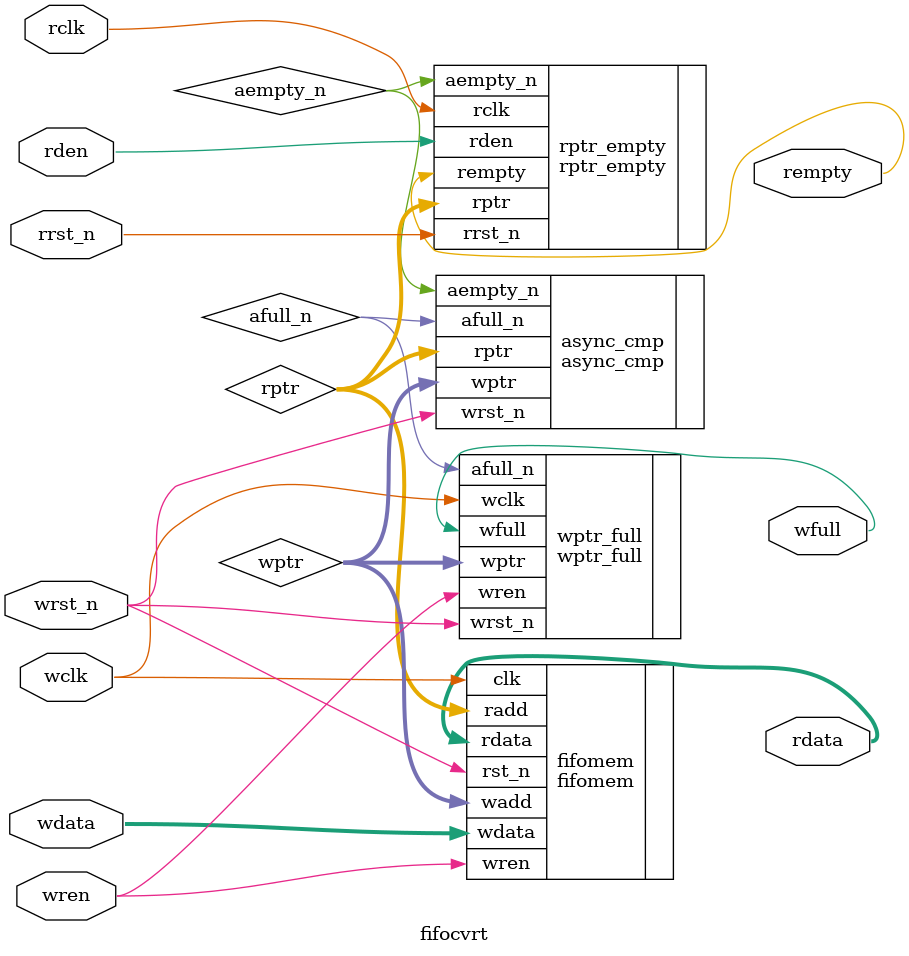
<source format=v>

module fifocvrt
    (
     // Write 
     wclk,
     wrst_n,
     wren,
     wdata,
     wfull,

     // Read
     rclk,
     rrst_n,
     rden,
     rdata,
     rempty
     );

////////////////////////////////////////////////////////////////////////////////
// Parameter declarations
parameter           ADDW = 4;
parameter           DATW = 8;
parameter           TYPE = "INFER"; // Memory type: INFER, BLOCK, LUT
parameter           DELAY = 1;

////////////////////////////////////////////////////////////////////////////////
// Port declarations
// Write
input               wclk;
input               wrst_n;
input               wren;
input [DATW-1:0]    wdata;
output              wfull;

// Read
input               rclk;
input               rrst_n;
input               rden;
output [DATW-1:0]   rdata;
output              rempty;

////////////////////////////////////////////////////////////////////////////////
// Local logic and instantiation
wire [ADDW-1:0]     wptr;
wire [ADDW-1:0]     rptr;
wire [ADDW-1:0]     waddr;
wire [ADDW-1:0]     raddr;

wire                afull_n;
wire                aempty_n;

async_cmp #(ADDW) async_cmp
    (
     .wrst_n        (wrst_n),
     .wptr          (wptr),
     .rptr          (rptr),
     .afull_n       (afull_n),
     .aempty_n      (aempty_n)
     );

rptr_empty #(ADDW) rptr_empty
    (
     .rclk          (rclk),
     .rrst_n        (rrst_n),
     .rden          (rden),
     .rptr          (rptr),
     .aempty_n      (aempty_n),
     .rempty        (rempty)
     );

wptr_full #(ADDW) wptr_full
    (
     .wclk          (wclk),
     .wrst_n        (wrst_n),
     .wren          (wren),
     .wptr          (wptr),
     .afull_n       (afull_n),
     .wfull         (wfull)
     );

fifomem #(ADDW, DATW, TYPE, DELAY) fifomem
    (
     // Write
     .clk           (wclk),
     .rst_n         (wrst_n),
     .wren          (wren),
     .wadd          (wptr),
     .wdata         (wdata),

     // Read
     .radd          (rptr),
     .rdata         (rdata)
     );

endmodule 

</source>
